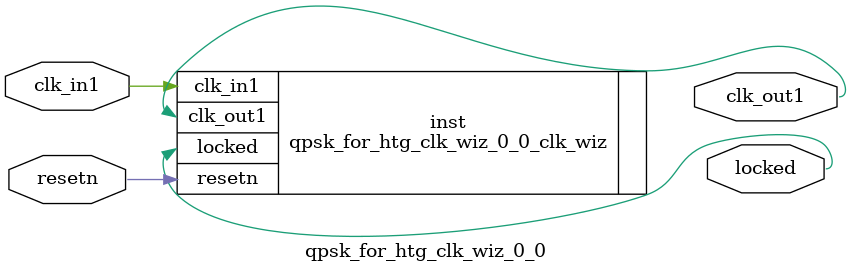
<source format=v>


`timescale 1ps/1ps

(* CORE_GENERATION_INFO = "qpsk_for_htg_clk_wiz_0_0,clk_wiz_v6_0_15_0_0,{component_name=qpsk_for_htg_clk_wiz_0_0,use_phase_alignment=false,use_min_o_jitter=false,use_max_i_jitter=false,use_dyn_phase_shift=false,use_inclk_switchover=false,use_dyn_reconfig=false,enable_axi=0,feedback_source=FDBK_AUTO,PRIMITIVE=MMCM,num_out_clk=1,clkin1_period=7.813,clkin2_period=10.000,use_power_down=false,use_reset=true,use_locked=true,use_inclk_stopped=false,feedback_type=SINGLE,CLOCK_MGR_TYPE=NA,manual_override=false}" *)

module qpsk_for_htg_clk_wiz_0_0 
 (
  // Clock out ports
  output        clk_out1,
  // Status and control signals
  input         resetn,
  output        locked,
 // Clock in ports
  input         clk_in1
 );

  qpsk_for_htg_clk_wiz_0_0_clk_wiz inst
  (
  // Clock out ports  
  .clk_out1(clk_out1),
  // Status and control signals               
  .resetn(resetn), 
  .locked(locked),
 // Clock in ports
  .clk_in1(clk_in1)
  );

endmodule

</source>
